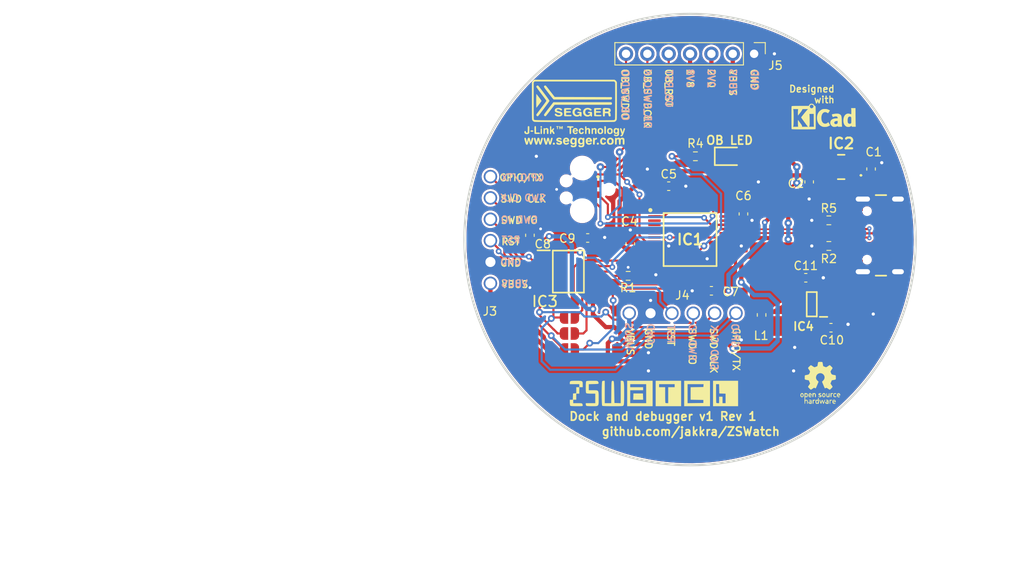
<source format=kicad_pcb>
(kicad_pcb (version 20211014) (generator pcbnew)
  (title_block (rev "1"))
  (layers (0 "F.Cu" signal "Front") (31 "B.Cu" signal "Back") (34 "B.Paste" user) (35 "F.Paste" user) (36 "B.SilkS" user "B.Silkscreen") (37 "F.SilkS" user "F.Silkscreen") (38 "B.Mask" user) (39 "F.Mask" user) (44 "Edge.Cuts" user))
  (net 0 "")
  (net 1 "+2V0")
  (net 7 "+1V8")
  (net 9 "/OB_RESET")
  (net 18 "LED_OB")
  (net 19 "/ZSWATCH_H_RESET")
  (net 26 "/ZSWATCH_H_SWDCLK")
  (net 27 "/ZSWATCH_H_SWDIO")
  (net 28 "ZSWATCH_H_TX")
  (net 29 "/DATA_P")
  (net 30 "/DATA_N")
  (net 31 "/OB_SWDIO")
  (net 32 "/OB_CLK")
  (net 41 "/ZSWATCH_L_RESET")
  (net 42 "/ZSWATCH_L_TX")
  (net 43 "/ZSWATCH_L_SWDCLK")
  (net 44 "/ZSWATCH_L_SWDIO")
  (net 48 "/LX_18")
  (net 51 "GND")
  (net 52 "VBUS")
  (net 53 "Net-(J1-PadA5)")
  (net 54 "Net-(J1-PadB5)")
  (net 55 "Net-(LED1-Pad1)")
  (net 56 "/ZSWATCH_H_SWDCLK_PRE")
  (footprint "LOGO" (layer "F.Cu") (at 168.91 62.23)
    (fp_text reference "G***" hide)
    (fp_text value "LOGO" hide)
  )
  (footprint "SamacSys_Parts:TCR3UF20ALMCT" (layer "F.Cu") (at 170.885 68.326 90)
    (fp_text reference "IC2")
    (fp_text value "TCR3UF20A,LM_CT" hide)
  )
  (footprint "Capacitor_SMD:C_0603_1608Metric" (layer "F.Cu") (at 150.368 70.612)
    (fp_text reference "C5")
    (fp_text value "0.1uF")
  )
  (footprint "Jumper:SolderJumper-2_P1.3mm_Open_RoundedPad1.0x1.5mm" (layer "F.Cu") (at 138.557 86.233)
    (fp_text reference "JP4" hide)
    (fp_text value "SolderJumper_2_Open")
  )
  (footprint "Resistor_SMD:R_0603_1608Metric" (layer "F.Cu") (at 169.418 77.724 180)
    (fp_text reference "R2")
    (fp_text value "5.1k")
  )
  (footprint "Capacitor_SMD:C_0603_1608Metric" (layer "F.Cu") (at 145.796 77.47 90)
    (fp_text reference "C4")
    (fp_text value "1uF")
  )
  (footprint "user_library:rtlecs-6-pin-2-54" (layer "F.Cu") (at 152.019 85.725 180)
    (fp_text reference "J4")
    (fp_text value "Charger and programming header (Placeholder)")
  )
  (footprint "Capacitor_SMD:C_0603_1608Metric" (layer "F.Cu") (at 167.075 70.104 90)
    (fp_text reference "C2")
    (fp_text value "10uF")
  )
  (footprint "LOGO" (layer "F.Cu") (at 148.59 95.25)
    (fp_text reference "G***" hide)
    (fp_text value "LOGO" hide)
  )
  (footprint "user_library:rtlecs-6-pin-2-54" (layer "F.Cu") (at 129.159 75.819 -90)
    (fp_text reference "J3")
    (fp_text value "Charger and programming header (Placeholder)")
  )
  (footprint "Jumper:SolderJumper-2_P1.3mm_Open_RoundedPad1.0x1.5mm" (layer "F.Cu") (at 138.557 84.328)
    (fp_text reference "JP1" hide)
    (fp_text value "SolderJumper_2_Open")
  )
  (footprint "SamacSys_Parts:SOP65P640X120-14N" (layer "F.Cu") (at 138.43 80.772)
    (fp_text reference "IC3")
    (fp_text value "TXB0104QPWRQ1" hide)
  )
  (footprint "Jumper:SolderJumper-2_P1.3mm_Open_RoundedPad1.0x1.5mm" (layer "F.Cu") (at 138.557 90.043)
    (fp_text reference "JP3" hide)
    (fp_text value "SolderJumper_2_Open")
  )
  (footprint "SamacSys_Parts:80616" (layer "F.Cu") (at 143.256 70.993 180)
    (fp_text reference "J2" hide)
    (fp_text value "8.06.16" hide)
  )
  (footprint "LOGO" (layer "F.Cu") (at 168.4 94)
    (fp_text reference "G***" hide)
    (fp_text value "LOGO" hide)
  )
  (footprint "SamacSys_Parts:QFP50P900X900X160-48N" (layer "F.Cu") (at 152.908 76.962)
    (fp_text reference "IC1")
    (fp_text value "STM32F072CBT6" hide)
  )
  (footprint "user_library:GCT_USB4105-GF-A" (layer "F.Cu") (at 177.641 76.4655 90)
    (fp_text reference "J1" hide)
    (fp_text value "USB4105-GF-A" hide)
  )
  (footprint "Capacitor_SMD:C_0603_1608Metric" (layer "F.Cu") (at 133.858 76.454 -90)
    (fp_text reference "C8")
    (fp_text value "0.1uF")
  )
  (footprint "Resistor_SMD:R_0603_1608Metric" (layer "F.Cu") (at 153.543 67.056 180)
    (fp_text reference "R4")
    (fp_text value "220R")
  )
  (footprint "SamacSys_Parts:SOT95P280X130-5N" (layer "F.Cu") (at 167.386 84.6582 180)
    (fp_text reference "IC4")
    (fp_text value "XC9265C181MR-G" hide)
  )
  (footprint "SamacSys_Parts:LEDC2012X110N" (layer "F.Cu") (at 157.596 67.056)
    (fp_text reference "OB LED")
    (fp_text value "LTST-C170KGKT" hide)
  )
  (footprint "Connector_PinHeader_2.54mm:PinHeader_1x07_P2.54mm_Vertical" (layer "F.Cu") (at 160.528 54.864 -90)
    (fp_text reference "J5")
    (fp_text value "Conn_01x07")
  )
  (footprint "Capacitor_SMD:C_0603_1608Metric" (layer "F.Cu") (at 166.6748 81.5086)
    (fp_text reference "C11")
    (fp_text value "22uF")
  )
  (footprint "LOGO" (layer "F.Cu") (at 139.192 61.976)
    (fp_text reference "G***" hide)
    (fp_text value "LOGO" hide)
  )
  (footprint "Capacitor_SMD:C_0603_1608Metric" (layer "F.Cu") (at 155.448 83.058 180)
    (fp_text reference "C7")
    (fp_text value "0.1uF")
  )
  (footprint "Capacitor_SMD:C_0603_1608Metric" (layer "F.Cu") (at 159.258 73.914 -90)
    (fp_text reference "C6")
    (fp_text value "0.1uF")
  )
  (footprint "Capacitor_SMD:C_0603_1608Metric" (layer "F.Cu") (at 169.672 87.4522)
    (fp_text reference "C10")
    (fp_text value "10uF")
  )
  (footprint "Capacitor_SMD:C_0603_1608Metric" (layer "F.Cu") (at 140.729 76.775 180)
    (fp_text reference "C9")
    (fp_text value "0.1uF")
  )
  (footprint "Resistor_SMD:R_0603_1608Metric" (layer "F.Cu") (at 145.542 81.28 180)
    (fp_text reference "R1")
    (fp_text value "220R")
  )
  (footprint "Jumper:SolderJumper-2_P1.3mm_Open_RoundedPad1.0x1.5mm" (layer "F.Cu") (at 138.557 88.138)
    (fp_text reference "JP2" hide)
    (fp_text value "SolderJumper_2_Open")
  )
  (footprint "Capacitor_SMD:C_0603_1608Metric" (layer "F.Cu") (at 174.441 68.567 -90)
    (fp_text reference "C1")
    (fp_text value "10uF")
  )
  (footprint "Resistor_SMD:R_0603_1608Metric" (layer "F.Cu") (at 169.418 74.676)
    (fp_text reference "R5")
    (fp_text value "5.1k")
  )
  (footprint "Inductor_SMD:L_0603_1608Metric" (layer "F.Cu") (at 161.417 85.9282 90)
    (fp_text reference "L1")
    (fp_text value "10uH")
  )
  (gr_circle (center 152.908 76.962) (end 179.759441 76.962) (layer "Edge.Cuts") (width 0.254) (fill none))
  (gr_text "VBUS" (at 132 82.2) (layer "B.SilkS") (effects (font (size 0.8128 0.8128) (thickness 0.1524)) (justify mirror)))
  (gr_text "GND" (at 160.6 58 270) (layer "B.SilkS") (effects (font (size 0.8128 0.8128) (thickness 0.1524)) (justify mirror)))
  (gr_text "GPIO" (at 158.246 88.4 -90) (layer "B.SilkS") (effects (font (size 0.8128 0.8128) (thickness 0.1524)) (justify mirror)))
  (gr_text "OB_RST" (at 150.4 59 270) (layer "B.SilkS") (effects (font (size 0.8128 0.8128) (thickness 0.1524)) (justify mirror)))
  (gr_text "1V8" (at 152.947 57.8 270) (layer "B.SilkS") (effects (font (size 0.8128 0.8128) (thickness 0.1524)) (justify mirror)))
  (gr_text "OB_SWDIO" (at 145.2 59.8 270) (layer "B.SilkS") (effects (font (size 0.8128 0.8128) (thickness 0.1524)) (justify mirror)))
  (gr_text "SWD IO" (at 132.6 74.6) (layer "B.SilkS") (effects (font (size 0.8128 0.8128) (thickness 0.1524)) (justify mirror)))
  (gr_text "RST" (at 131.6 77) (layer "B.SilkS") (effects (font (size 0.8128 0.8128) (thickness 0.1524)) (justify mirror)))
  (gr_text "VBUS" (at 158 58.2 270) (layer "B.SilkS") (effects (font (size 0.8128 0.8128) (thickness 0.1524)) (justify mirror)))
  (gr_text "OB_SWDCLK" (at 147.867 60.2 270) (layer "B.SilkS") (effects (font (size 0.8128 0.8128) (thickness 0.1524)) (justify mirror)))
  (gr_text "GPIO/TX" (at 133 69.6) (layer "B.SilkS") (effects (font (size 0.8128 0.8128) (thickness 0.1524)) (justify mirror)))
  (gr_text "SWD IO" (at 153.2 89.2 -90) (layer "B.SilkS") (effects (font (size 0.8128 0.8128) (thickness 0.1524)) (justify mirror)))
  (gr_text "GND" (at 148.2 88.2 -90) (layer "B.SilkS") (effects (font (size 0.8128 0.8128) (thickness 0.1524)) (justify mirror)))
  (gr_text "SWD CLK" (at 155.8 89.8 -90) (layer "B.SilkS") (effects (font (size 0.8128 0.8128) (thickness 0.1524)) (justify mirror)))
  (gr_text "SWD CLK" (at 133 72) (layer "B.SilkS") (effects (font (size 0.8128 0.8128) (thickness 0.1524)) (justify mirror)))
  (gr_text "RST" (at 150.626 88.2 -90) (layer "B.SilkS") (effects (font (size 0.8128 0.8128) (thickness 0.1524)) (justify mirror)))
  (gr_text "VBUS" (at 145.6 88.4 -90) (layer "B.SilkS") (effects (font (size 0.8128 0.8128) (thickness 0.1524)) (justify mirror)))
  (gr_text "2V0" (at 155.4 57.8 270) (layer "B.SilkS") (effects (font (size 0.8128 0.8128) (thickness 0.1524)) (justify mirror)))
  (gr_text "GND" (at 131.6 79.6) (layer "B.SilkS") (effects (font (size 0.8128 0.8128) (thickness 0.1524)) (justify mirror)))
  (gr_text "OB_SWDCLK" (at 147.828 60.198 270) (layer "F.SilkS") (effects (font (size 0.8128 0.8128) (thickness 0.1524))))
  (gr_text "VBUS" (at 157.988 58.293 270) (layer "F.SilkS") (effects (font (size 0.8128 0.8128) (thickness 0.1524))))
  (gr_text "Dock and debugger v1 Rev 1" (at 138.43 98) (layer "F.SilkS") (effects (font (size 1 1) (thickness 0.2)) (justify left)))
  (gr_text "VBUS" (at 132.08 82.296) (layer "F.SilkS") (effects (font (size 0.8128 0.8128) (thickness 0.1524))))
  (gr_text "github.com/jakkra/ZSWatch" (at 153 99.8) (layer "F.SilkS") (effects (font (size 1 1) (thickness 0.2))))
  (gr_text "GND" (at 160.528 57.912 270) (layer "F.SilkS") (effects (font (size 0.8128 0.8128) (thickness 0.1524))))
  (gr_text "GND" (at 131.572 79.756) (layer "F.SilkS") (effects (font (size 0.8128 0.8128) (thickness 0.1524))))
  (gr_text "RST" (at 131.572 77.216) (layer "F.SilkS") (effects (font (size 0.8128 0.8128) (thickness 0.1524))))
  (gr_text "RST" (at 150.622 88.519 270) (layer "F.SilkS") (effects (font (size 0.8128 0.8128) (thickness 0.1524))))
  (gr_text "GPIO/TX" (at 158.4 90 270) (layer "F.SilkS") (effects (font (size 0.8128 0.8128) (thickness 0.1524))))
  (gr_text "GPIO/TX" (at 132.8 69.6) (layer "F.SilkS") (effects (font (size 0.8128 0.8128) (thickness 0.1524))))
  (gr_text "OB_RST" (at 150.368 58.928 270) (layer "F.SilkS") (effects (font (size 0.8128 0.8128) (thickness 0.1524))))
  (gr_text "1V8" (at 152.908 57.785 270) (layer "F.SilkS") (effects (font (size 0.8128 0.8128) (thickness 0.1524))))
  (gr_text "Designed\nwith" (at 170.18 59.69) (layer "F.SilkS") (effects (font (size 0.8 0.8)) (justify right)))
  (gr_text "OB_SWDIO" (at 145.161 59.69 270) (layer "F.SilkS") (effects (font (size 0.8128 0.8128) (thickness 0.1524))))
  (gr_text "VBUS" (at 145.796 89.154 270) (layer "F.SilkS") (effects (font (size 0.8128 0.8128) (thickness 0.1524))))
  (gr_text "SWD CLK" (at 133.096 72.136) (layer "F.SilkS") (effects (font (size 0.8128 0.8128) (thickness 0.1524))))
  (gr_text "SWD IO" (at 132.588 74.676) (layer "F.SilkS") (effects (font (size 0.8128 0.8128) (thickness 0.1524))))
  (gr_text "2V0" (at 155.448 57.785 270) (layer "F.SilkS") (effects (font (size 0.8128 0.8128) (thickness 0.1524))))
  (gr_text "SWD IO" (at 153.162 89.662 270) (layer "F.SilkS") (effects (font (size 0.8128 0.8128) (thickness 0.1524))))
  (gr_text "SWD CLK" (at 155.702 90.17 270) (layer "F.SilkS") (effects (font (size 0.8128 0.8128) (thickness 0.1524))))
  (gr_text "GND" (at 147.955 88.773 270) (layer "F.SilkS") (effects (font (size 0.8128 0.8128) (thickness 0.1524))))
  (segment (start 155.658 81.2) (end 155.658 82.493) (width 0.254) (layer "F.Cu") (net 1))
  (segment (start 160.655 68.834) (end 164.364 68.834) (width 0.508) (layer "F.Cu") (net 1))
  (segment (start 160.655 68.834) (end 160.655 67.945) (width 0.508) (layer "F.Cu") (net 1))
  (segment (start 160.655 67.945) (end 159.766 67.056) (width 0.508) (layer "F.Cu") (net 1))
  (segment (start 167.075 69.329) (end 167.075 66.872) (width 0.508) (layer "F.Cu") (net 1))
  (segment (start 144.8435 70.9295) (end 144.8435 72.0725) (width 0.254) (layer "F.Cu") (net 1))
  (segment (start 157.48 83.058) (end 156.223 83.058) (width 0.508) (layer "F.Cu") (net 1))
  (segment (start 167.128 69.276) (end 167.075 69.329) (width 0.508) (layer "F.Cu") (net 1))
  (segment (start 145.796 78.245) (end 145.829 78.212) (width 0.254) (layer "F.Cu") (net 1))
  (segment (start 149.816 74.212) (end 148.67 74.212) (width 0.254) (layer "F.Cu") (net 1))
  (segment (start 141.368 78.189) (end 139.954 76.775) (width 0.25) (layer "F.Cu") (net 1))
  (segment (start 157.146 74.212) (end 158.185 74.212) (width 0.254) (layer "F.Cu") (net 1))
  (segment (start 144.526 77.343) (end 145.428 78.245) (width 0.508) (layer "F.Cu") (net 1))
  (segment (start 150.622 68.834) (end 149.593 69.863) (width 0.508) (layer "F.Cu") (net 1))
  (segment (start 146.304 70.612) (end 149.593 70.612) (width 0.508) (layer "F.Cu") (net 1))
  (segment (start 143.891 69.977) (end 144.8435 70.9295) (width 0.254) (layer "F.Cu") (net 1))
  (segment (start 145.428 78.245) (end 145.796 78.245) (width 0.508) (layer "F.Cu") (net 1))
  (segment (start 169.685 69.276) (end 167.128 69.276) (width 0.508) (layer "F.Cu") (net 1))
  (segment (start 157.607 61.468) (end 155.448 59.309) (width 0.508) (layer "F.Cu") (net 1))
  (segment (start 149.593 69.863) (end 149.593 70.612) (width 0.508) (layer "F.Cu") (net 1))
  (segment (start 155.658 82.493) (end 156.223 83.058) (width 0.254) (layer "F.Cu") (net 1))
  (segment (start 145.829 78.212) (end 148.67 78.212) (width 0.254) (layer "F.Cu") (net 1))
  (segment (start 144.526 72.39) (end 144.526 77.343) (width 0.508) (layer "F.Cu") (net 1))
  (segment (start 150.158 73.87) (end 149.816 74.212) (width 0.254) (layer "F.Cu") (net 1))
  (segment (start 162.3695 71.8185) (end 161.049 73.139) (width 0.508) (layer "F.Cu") (net 1))
  (segment (start 162.3695 74.3585) (end 161.798 74.93) (width 0.508) (layer "F.Cu") (net 1))
  (segment (start 155.448 59.309) (end 155.448 54.864) (width 0.508) (layer "F.Cu") (net 1))
  (segment (start 150.158 72.724) (end 150.158 71.177) (width 0.254) (layer "F.Cu") (net 1))
  (segment (start 141.368 78.822) (end 143.047 78.822) (width 0.254) (layer "F.Cu") (net 1))
  (segment (start 144.8435 72.0725) (end 146.304 70.612) (width 0.508) (layer "F.Cu") (net 1))
  (segment (start 150.622 68.834) (end 160.655 68.834) (width 0.508) (layer "F.Cu") (net 1))
  (segment (start 141.368 78.822) (end 141.368 78.189) (width 0.25) (layer "F.Cu") (net 1))
  (segment (start 150.158 72.724) (end 150.158 73.87) (width 0.254) (layer "F.Cu") (net 1))
  (segment (start 150.158 71.177) (end 149.593 70.612) (width 0.254) (layer "F.Cu") (net 1))
  (segment (start 158.185 74.212) (end 159.258 73.139) (width 0.254) (layer "F.Cu") (net 1))
  (segment (start 161.671 61.468) (end 157.607 61.468) (width 0.508) (layer "F.Cu") (net 1))
  (segment (start 164.859 69.329) (end 162.3695 71.8185) (width 0.508) (layer "F.Cu") (net 1))
  (segment (start 167.075 69.329) (end 164.859 69.329) (width 0.508) (layer "F.Cu") (net 1))
  (segment (start 142.367 69.977) (end 143.891 69.977) (width 0.254) (layer "F.Cu") (net 1))
  (segment (start 161.049 73.139) (end 159.258 73.139) (width 0.508) (layer "F.Cu") (net 1))
  (segment (start 144.8435 72.0725) (end 144.526 72.39) (width 0.508) (layer "F.Cu") (net 1))
  (segment (start 141.986 70.358) (end 142.367 69.977) (width 0.254) (layer "F.Cu") (net 1))
  (segment (start 164.364 68.834) (end 164.859 69.329) (width 0.508) (layer "F.Cu") (net 1))
  (segment (start 162.3695 71.8185) (end 162.3695 74.3585) (width 0.508) (layer "F.Cu") (net 1))
  (segment (start 167.075 66.872) (end 161.671 61.468) (width 0.508) (layer "F.Cu") (net 1))
  (segment (start 143.047 78.822) (end 144.526 77.343) (width 0.254) (layer "F.Cu") (net 1))
  (segment (start 159.766 67.056) (end 158.496 67.056) (width 0.508) (layer "F.Cu") (net 1))
  (via (at 157.48 83.058) (size 0.6858) (drill 0.3302) (layers "F.Cu" "B.Cu") (net 1))
  (via (at 161.798 74.93) (size 0.6858) (drill 0.3302) (layers "F.Cu" "B.Cu") (net 1))
  (segment (start 161.798 74.93) (end 161.798 76.835) (width 0.508) (layer "B.Cu") (net 1))
  (segment (start 161.798 76.835) (end 157.48 81.153) (width 0.508) (layer "B.Cu") (net 1))
  (segment (start 157.48 81.153) (end 157.48 83.058) (width 0.508) (layer "B.Cu") (net 1))
  (segment (start 160.909 78.994) (end 163.576 78.994) (width 0.508) (layer "F.Cu") (net 7))
  (segment (start 164.592 71.243) (end 165.608 70.227) (width 0.508) (layer "F.Cu") (net 7))
  (segment (start 165.608 68.326) (end 161.163 63.881) (width 0.508) (layer "F.Cu") (net 7))
  (segment (start 161.163 63.881) (end 156.337 63.881) (width 0.508) (layer "F.Cu") (net 7))
  (segment (start 152.908 60.452) (end 152.908 54.864) (width 0.508) (layer "F.Cu") (net 7))
  (segment (start 157.48 89.408) (end 157.988 89.916) (width 0.508) (layer "F.Cu") (net 7))
  (segment (start 159.639 78.994) (end 159.004 79.629) (width 0.508) (layer "F.Cu") (net 7))
  (segment (start 141.351 85.217) (end 141.351 82.751) (width 0.508) (layer "F.Cu") (net 7))
  (segment (start 160.909 78.994) (end 159.639 78.994) (width 0.508) (layer "F.Cu") (net 7))
  (segment (start 159.004 79.629) (end 159.004 82.042) (width 0.508) (layer "F.Cu") (net 7))
  (segment (start 144.618 88.738) (end 145.288 89.408) (width 0.508) (layer "F.Cu") (net 7))
  (segment (start 141.351 85.852) (end 142.875 87.376) (width 0.508) (layer "F.Cu") (net 7))
  (segment (start 133.858 78.105) (end 133.858 77.229) (width 0.254) (layer "F.Cu") (net 7))
  (segment (start 141.351 85.217) (end 141.351 85.852) (width 0.508) (layer "F.Cu") (net 7))
  (segment (start 163.576 78.994) (end 164.592 77.978) (width 0.508) (layer "F.Cu") (net 7))
  (segment (start 164.592 74.993) (end 164.592 71.243) (width 0.508) (layer "F.Cu") (net 7))
  (segment (start 164.592 77.978) (end 164.592 76.931) (width 0.508) (layer "F.Cu") (net 7))
  (segment (start 143.891 87.376) (end 144.618 88.103) (width 0.508) (layer "F.Cu") (net 7))
  (segment (start 136.144 76.581) (end 136.069 76.581) (width 0.508) (layer "F.Cu") (net 7))
  (segment (start 136.069 76.581) (end 135.492 77.158) (width 0.508) (layer "F.Cu") (net 7))
  (segment (start 156.337 63.881) (end 152.908 60.452) (width 0.508) (layer "F.Cu") (net 7))
  (segment (start 145.288 89.408) (end 157.48 89.408) (width 0.508) (layer "F.Cu") (net 7))
  (segment (start 134.575 78.822) (end 133.858 78.105) (width 0.254) (layer "F.Cu") (net 7))
  (segment (start 144.618 88.103) (end 144.618 88.738) (width 0.508) (layer "F.Cu") (net 7))
  (segment (start 135.492 78.822) (end 134.575 78.822) (width 0.254) (layer "F.Cu") (net 7))
  (segment (start 142.875 87.376) (end 143.891 87.376) (width 0.508) (layer "F.Cu") (net 7))
  (segment (start 135.492 77.158) (end 135.492 78.793) (width 0.508) (layer "F.Cu") (net 7))
  (via (at 164.592 74.993) (size 0.889) (drill 0.381) (layers "F.Cu" "B.Cu") (net 7))
  (via (at 165.608 70.227) (size 0.889) (drill 0.381) (layers "F.Cu" "B.Cu") (net 7))
  (via (at 157.988 89.916) (size 0.8) (drill 0.4) (layers "F.Cu" "B.Cu") (net 7))
  (via (at 165.608 68.326) (size 0.889) (drill 0.381) (layers "F.Cu" "B.Cu") (net 7))
  (via (at 159.004 82.042) (size 0.8) (drill 0.4) (layers "F.Cu" "B.Cu") (net 7))
  (via (at 141.351 85.217) (size 0.8) (drill 0.4) (layers "F.Cu" "B.Cu") (net 7))
  (via (at 164.592 76.931) (size 0.889) (drill 0.381) (layers "F.Cu" "B.Cu") (net 7))
  (via (at 136.144 76.581) (size 0.8) (drill 0.4) (layers "F.Cu" "B.Cu") (net 7))
  (segment (start 137.781 76.581) (end 138.85 77.65) (width 0.508) (layer "B.Cu") (net 7))
  (segment (start 159.512 89.916) (end 157.988 89.916) (width 0.508) (layer "B.Cu") (net 7))
  (segment (start 160.528 83.566) (end 162.306 83.566) (width 0.508) (layer "B.Cu") (net 7))
  (segment (start 164.592 76.931) (end 164.592 74.993) (width 0.508) (layer "B.Cu") (net 7))
  (segment (start 159.004 82.042) (end 160.528 83.566) (width 0.508) (layer "B.Cu") (net 7))
  (segment (start 162.433 89.916) (end 159.512 89.916) (width 0.508) (layer "B.Cu") (net 7))
  (segment (start 140.667 85.217) (end 141.351 85.217) (width 0.508) (layer "B.Cu") (net 7))
  (segment (start 163.322 84.582) (end 163.322 89.027) (width 0.508) (layer "B.Cu") (net 7))
  (segment (start 165.608 70.227) (end 165.608 68.326) (width 0.508) (layer "B.Cu") (net 7))
  (segment (start 138.85 77.65) (end 138.85 83.4) (width 0.508) (layer "B.Cu") (net 7))
  (segment (start 162.306 83.566) (end 163.322 84.582) (width 0.508) (layer "B.Cu") (net 7))
  (segment (start 138.85 83.4) (end 140.667 85.217) (width 0.508) (layer "B.Cu") (net 7))
  (segment (start 163.322 89.027) (end 162.433 89.916) (width 0.508) (layer "B.Cu") (net 7))
  (segment (start 136.144 76.581) (end 137.781 76.581) (width 0.508) (layer "B.Cu") (net 7))
  (segment (start 141.859 69.215) (end 140.716 70.358) (width 0.254) (layer "F.Cu") (net 9))
  (segment (start 150.368 63.5) (end 150.368 54.864) (width 0.254) (layer "F.Cu") (net 9))
  (segment (start 144.526 69.215) (end 141.859 69.215) (width 0.254) (layer "F.Cu") (net 9))
  (segment (start 145.415 70.104) (end 144.526 69.215) (width 0.254) (layer "F.Cu") (net 9))
  (segment (start 144.653 69.215) (end 150.368 63.5) (width 0.254) (layer "F.Cu") (net 9))
  (segment (start 146.8882 76.4717) (end 146.8882 71.6026) (width 0.254) (layer "F.Cu") (net 9))
  (segment (start 147.6285 77.212) (end 146.8882 76.4717) (width 0.254) (layer "F.Cu") (net 9))
  (segment (start 148.67 77.212) (end 147.6285 77.212) (width 0.254) (layer "F.Cu") (net 9))
  (segment (start 144.526 69.215) (end 144.653 69.215) (width 0.254) (layer "F.Cu") (net 9))
  (via (at 145.415 70.104) (size 0.6858) (drill 0.3302) (layers "F.Cu" "B.Cu") (net 9))
  (via (at 146.8882 71.6026) (size 0.6858) (drill 0.3302) (layers "F.Cu" "B.Cu") (net 9))
  (segment (start 145.415 70.104) (end 145.415 70.1294) (width 0.254) (layer "B.Cu") (net 9))
  (segment (start 145.415 70.1294) (end 146.8882 71.6026) (width 0.254) (layer "B.Cu") (net 9))
  (segment (start 153.571 78.712) (end 154.559 77.724) (width 0.25) (layer "F.Cu") (net 18))
  (segment (start 150.749 67.056) (end 152.718 67.056) (width 0.25) (layer "F.Cu") (net 18))
  (segment (start 148.67 78.712) (end 153.571 78.712) (width 0.25) (layer "F.Cu") (net 18))
  (via (at 150.749 67.056) (size 0.8) (drill 0.4) (layers "F.Cu" "B.Cu") (net 18))
  (via (at 154.559 77.724) (size 0.8) (drill 0.4) (layers "F.Cu" "B.Cu") (net 18))
  (segment (start 153.035 69.215) (end 154.305 69.215) (width 0.25) (layer "B.Cu") (net 18))
  (segment (start 156.591 75.692) (end 154.559 77.724) (width 0.25) (layer "B.Cu") (net 18))
  (segment (start 150.749 67.056) (end 150.876 67.056) (width 0.25) (layer "B.Cu") (net 18))
  (segment (start 154.305 69.215) (end 156.591 71.501) (width 0.25) (layer "B.Cu") (net 18))
  (segment (start 150.876 67.056) (end 153.035 69.215) (width 0.25) (layer "B.Cu") (net 18))
  (segment (start 156.591 71.501) (end 156.591 75.692) (width 0.25) (layer "B.Cu") (net 18))
  (segment (start 139.065 84.186) (end 139.207 84.328) (width 0.254) (layer "F.Cu") (net 19))
  (segment (start 146.588 79.472) (end 146.848 79.212) (width 0.254) (layer "F.Cu") (net 19))
  (segment (start 139.857 79.472) (end 139.065 80.264) (width 0.254) (layer "F.Cu") (net 19))
  (segment (start 146.848 79.212) (end 148.67 79.212) (width 0.254) (layer "F.Cu") (net 19))
  (segment (start 141.368 79.472) (end 146.588 79.472) (width 0.254) (layer "F.Cu") (net 19))
  (segment (start 139.065 80.264) (end 139.065 84.186) (width 0.254) (layer "F.Cu") (net 19))
  (segment (start 141.368 79.472) (end 139.857 79.472) (width 0.254) (layer "F.Cu") (net 19))
  (segment (start 148.38 79.712) (end 146.812 81.28) (width 0.254) (layer "F.Cu") (net 26))
  (segment (start 146.812 81.28) (end 146.367 81.28) (width 0.254) (layer "F.Cu") (net 26))
  (segment (start 148.67 79.712) (end 148.38 79.712) (width 0.254) (layer "F.Cu") (net 26))
  (segment (start 140.97 89.281) (end 140.208 90.043) (width 0.254) (layer "F.Cu") (net 27))
  (segment (start 140.208 90.043) (end 139.207 90.043) (width 0.254) (layer "F.Cu") (net 27))
  (segment (start 150.658 81.2) (end 150.658 82.2415) (width 0.254) (layer "F.Cu") (net 27))
  (segment (start 143.7165 84.1535) (end 143.7165 82.804) (width 0.254) (layer "F.Cu") (net 27))
  (segment (start 150.0955 82.804) (end 143.7165 82.804) (width 0.254) (layer "F.Cu") (net 27))
  (segment (start 143.7165 82.804) (end 142.3345 81.422) (width 0.254) (layer "F.Cu") (net 27))
  (segment (start 142.3345 81.422) (end 141.368 81.422) (width 0.254) (layer "F.Cu") (net 27))
  (segment (start 143.764 84.201) (end 143.7165 84.1535) (width 0.254) (layer "F.Cu") (net 27))
  (segment (start 150.658 82.2415) (end 150.0955 82.804) (width 0.254) (layer "F.Cu") (net 27))
  (via (at 140.97 89.281) (size 0.8) (drill 0.4) (layers "F.Cu" "B.Cu") (net 27))
  (via (at 143.764 84.201) (size 0.8) (drill 0.4) (layers "F.Cu" "B.Cu") (net 27))
  (segment (start 143.764 84.201) (end 143.764 87.503) (width 0.254) (layer "B.Cu") (net 27))
  (segment (start 141.986 89.281) (end 140.97 89.281) (width 0.254) (layer "B.Cu") (net 27))
  (segment (start 143.764 87.503) (end 141.986 89.281) (width 0.254) (layer "B.Cu") (net 27))
  (segment (start 140.081 85.359) (end 139.207 86.233) (width 0.254) (layer "F.Cu") (net 28))
  (segment (start 139.7 83.312) (end 140.081 83.693) (width 0.254) (layer "F.Cu") (net 28))
  (segment (start 139.7 80.772) (end 139.7 83.312) (width 0.254) (layer "F.Cu") (net 28))
  (segment (start 141.368 80.122) (end 140.35 80.122) (width 0.254) (layer "F.Cu") (net 28))
  (segment (start 140.35 80.122) (end 139.7 80.772) (width 0.254) (layer "F.Cu") (net 28))
  (segment (start 150.499 76.712) (end 150.495 76.708) (width 0.254) (layer "F.Cu") (net 28))
  (segment (start 157.146 76.712) (end 150.499 76.712) (width 0.254) (layer "F.Cu") (net 28))
  (segment (start 143.54316 80.122) (end 141.368 80.122) (width 0.254) (layer "F.Cu") (net 28))
  (segment (start 140.081 83.693) (end 140.081 85.359) (width 0.254) (layer "F.Cu") (net 28))
  (segment (start 143.65764 80.23648) (end 143.54316 80.122) (width 0.254) (layer "F.Cu") (net 28))
  (via (at 143.65764 80.23648) (size 0.6858) (drill 0.3302) (layers "F.Cu" "B.Cu") (net 28))
  (via (at 150.495 76.708) (size 0.6858) (drill 0.3302) (layers "F.Cu" "B.Cu") (net 28))
  (segment (start 143.65764 80.23648) (end 143.65764 79.57396) (width 0.254) (layer "B.Cu") (net 28))
  (segment (start 143.65764 79.57396) (end 146.5236 76.708) (width 0.254) (layer "B.Cu") (net 28))
  (segment (start 146.5236 76.708) (end 150.495 76.708) (width 0.254) (layer "B.Cu") (net 28))
  (segment (start 174.237908 75.639) (end 174.161408 75.7155) (width 0.254) (layer "F.Cu") (net 29))
  (segment (start 174.244 76.792) (end 174.1675 76.7155) (width 0.254) (layer "F.Cu") (net 29))
  (segment (start 174.161408 75.7155) (end 172.886 75.7155) (width 0.254) (layer "F.Cu") (net 29))
  (segment (start 157.146 75.712) (end 158.252251 75.712) (width 0.2) (layer "F.Cu") (net 29))
  (segment (start 158.252251 75.712) (end 158.277251 75.737) (width 0.2) (layer "F.Cu") (net 29))
  (segment (start 158.277251 75.737) (end 172.72 75.737) (width 0.2) (layer "F.Cu") (net 29))
  (segment (start 174.1675 76.7155) (end 172.886 76.7155) (width 0.254) (layer "F.Cu") (net 29))
  (via (at 174.237908 75.639) (size 0.5) (drill 0.2) (layers "F.Cu" "B.Cu") (net 29))
  (via (at 174.244 76.792) (size 0.5) (drill 0.2) (layers "F.Cu" "B.Cu") (net 29))
  (segment (start 174.244 75.645092) (end 174.237908 75.639) (width 0.254) (layer "B.Cu") (net 29))
  (segment (start 174.244 76.792) (end 174.244 75.645092) (width 0.254) (layer "B.Cu") (net 29))
  (segment (start 158.252251 76.212) (end 158.277251 76.187) (width 0.2) (layer "F.Cu") (net 30))
  (segment (start 174.483002 77.369) (end 173.762 77.369) (width 0.254) (layer "F.Cu") (net 30))
  (segment (start 174.879 76.973002) (end 174.483002 77.369) (width 0.254) (layer "F.Cu") (net 30))
  (segment (start 157.146 76.212) (end 158.252251 76.212) (width 0.2) (layer "F.Cu") (net 30))
  (segment (start 174.879 76.454) (end 174.879 76.973002) (width 0.254) (layer "F.Cu") (net 30))
  (segment (start 158.277251 76.187) (end 172.72 76.187) (width 0.2) (layer "F.Cu") (net 30))
  (segment (start 172.886 76.2155) (end 174.6405 76.2155) (width 0.254) (layer "F.Cu") (net 30))
  (segment (start 174.6405 76.2155) (end 174.879 76.454) (width 0.254) (layer "F.Cu") (net 30))
  (segment (start 173.762 77.369) (end 173.6085 77.2155) (width 0.254) (layer "F.Cu") (net 30))
  (segment (start 173.6085 77.2155) (end 172.886 77.2155) (width 0.254) (layer "F.Cu") (net 30))
  (segment (start 143.129 72.771) (end 143.129 74.295) (width 0.254) (layer "F.Cu") (net 31))
  (segment (start 145.288 65.786) (end 145.288 54.864) (width 0.254) (layer "F.Cu") (net 31))
  (segment (start 157.146 75.212) (end 155.4252 75.212) (width 0.254) (layer "F.Cu") (net 31))
  (segment (start 155.4252 75.212) (end 154.5844 74.3712) (width 0.254) (layer "F.Cu") (net 31))
  (segment (start 144.526 66.548) (end 145.288 65.786) (width 0.254) (layer "F.Cu") (net 31))
  (segment (start 141.986 71.628) (end 143.129 72.771) (width 0.254) (layer "F.Cu") (net 31))
  (via (at 144.526 66.548) (size 0.889) (drill 0.381) (layers "F.Cu" "B.Cu") (net 31))
  (via (at 143.129 74.295) (size 0.6858) (drill 0.3302) (layers "F.Cu" "B.Cu") (net 31))
  (via (at 154.5844 74.3712) (size 0.6858) (drill 0.3302) (layers "F.Cu" "B.Cu") (net 31))
  (segment (start 143.129 74.295) (end 144.526 72.898) (width 0.254) (layer "B.Cu") (net 31))
  (segment (start 144.526 72.898) (end 144.526 68.326) (width 0.254) (layer "B.Cu") (net 31))
  (segment (start 143.129 74.295) (end 154.5082 74.295) (width 0.254) (layer "B.Cu") (net 31))
  (segment (start 154.5082 74.295) (end 154.5844 74.3712) (width 0.254) (layer "B.Cu") (net 31))
  (segment (start 144.526 68.326) (end 144.526 66.548) (width 0.254) (layer "B.Cu") (net 31))
  (segment (start 142.24 68.326) (end 144.018 68.326) (width 0.254) (layer "F.Cu") (net 32))
  (segment (start 144.018 68.326) (end 147.828 64.516) (width 0.254) (layer "F.Cu") (net 32))
  (segment (start 155.658 74.085) (end 155.658 72.724) (width 0.254) (layer "F.Cu") (net 32))
  (segment (start 142.24 73.152) (end 142.24 75.057) (width 0.254) (layer "F.Cu") (net 32))
  (segment (start 140.716 71.628) (end 142.24 73.152) (width 0.254) (layer "F.Cu") (net 32))
  (segment (start 155.575 74.168) (end 155.658 74.085) (width 0.254) (layer "F.Cu") (net 32))
  (segment (start 147.828 64.516) (end 147.828 54.864) (width 0.254) (layer "F.Cu") (net 32))
  (via (at 155.575 74.168) (size 0.6858) (drill 0.3302) (layers "F.Cu" "B.Cu") (net 32))
  (via (at 142.24 68.326) (size 0.889) (drill 0.381) (layers "F.Cu" "B.Cu") (net 32))
  (via (at 142.24 75.057) (size 0.6858) (drill 0.3302) (layers "F.Cu" "B.Cu") (net 32))
  (segment (start 142.24 68.326) (end 142.24 75.057) (width 0.254) (layer "B.Cu") (net 32))
  (segment (start 145.288 75.057) (end 145.2975 75.0475) (width 0.254) (layer "B.Cu") (net 32))
  (segment (start 154.9495 75.0475) (end 155.575 74.422) (width 0.254) (layer "B.Cu") (net 32))
  (segment (start 142.24 75.057) (end 145.288 75.057) (width 0.254) (layer "B.Cu") (net 32))
  (segment (start 155.575 74.422) (end 155.575 74.168) (width 0.254) (layer "B.Cu") (net 32))
  (segment (start 145.2975 75.0475) (end 154.9495 75.0475) (width 0.254) (layer "B.Cu") (net 32))
  (segment (start 135.492 79.472) (end 134.209 79.472) (width 0.254) (layer "F.Cu") (net 41))
  (segment (start 130.1406 78.0706) (end 129.159 77.089) (width 0.254) (layer "F.Cu") (net 41))
  (segment (start 139.827 78.486) (end 138.243 78.486) (width 0.25) (layer "F.Cu") (net 41))
  (segment (start 137.907 80.122) (end 137.907 84.328) (width 0.254) (layer "F.Cu") (net 41))
  (segment (start 130.1406 78.359) (end 130.1406 78.0706) (width 0.254) (layer "F.Cu") (net 41))
  (segment (start 135.492 79.472) (end 137.257 79.472) (width 0.254) (layer "F.Cu") (net 41))
  (segment (start 137.257 79.472) (end 137.907 80.122) (width 0.254) (layer "F.Cu") (net 41))
  (segment (start 134.209 79.472) (end 133.731 78.994) (width 0.254) (layer "F.Cu") (net 41))
  (segment (start 138.243 78.486) (end 137.257 79.472) (width 0.25) (layer "F.Cu") (net 41))
  (via (at 130.1406 78.359) (size 0.6858) (drill 0.3302) (layers "F.Cu" "B.Cu") (net 41))
  (via (at 139.827 78.486) (size 0.8) (drill 0.4) (layers "F.Cu" "B.Cu") (net 41))
  (via (at 133.731 78.994) (size 0.6858) (drill 0.3302) (layers "F.Cu" "B.Cu") (net 41))
  (segment (start 149.352 83.439) (end 149.3445 83.4315) (width 0.25) (layer "B.Cu") (net 41))
  (segment (start 149.352 84.328) (end 149.352 83.439) (width 0.25) (layer "B.Cu") (net 41))
  (segment (start 130.7756 78.994) (end 130.1406 78.359) (width 0.254) (layer "B.Cu") (net 41))
  (segment (start 149.3445 83.181724) (end 148.841888 82.679112) (width 0.25) (layer "B.Cu") (net 41))
  (segment (start 141.478 79.121) (end 140.462 79.121) (width 0.25) (layer "B.Cu") (net 41))
  (segment (start 150.749 85.725) (end 149.352 84.328) (width 0.25) (layer "B.Cu") (net 41))
  (segment (start 140.462 79.121) (end 139.827 78.486) (width 0.25) (layer "B.Cu") (net 41))
  (segment (start 149.3445 83.4315) (end 149.3445 83.181724) (width 0.25) (layer "B.Cu") (net 41))
  (segment (start 141.597606 79.121) (end 141.478 79.121) (width 0.25) (layer "B.Cu") (net 41))
  (segment (start 133.731 78.994) (end 130.7756 78.994) (width 0.254) (layer "B.Cu") (net 41))
  (segment (start 145.155718 82.679112) (end 141.597606 79.121) (width 0.25) (layer "B.Cu") (net 41))
  (segment (start 148.841888 82.679112) (end 145.155718 82.679112) (width 0.25) (layer "B.Cu") (net 41))
  (segment (start 136.403714 86.354286) (end 136.652 86.106) (width 0.254) (layer "F.Cu") (net 42))
  (segment (start 133.596052 80.122) (end 131.829526 78.355474) (width 0.254) (layer "F.Cu") (net 42))
  (segment (start 136.652 86.106) (end 136.652 84.081052) (width 0.254) (layer "F.Cu") (net 42))
  (segment (start 136.764 80.122) (end 135.492 80.122) (width 0.254) (layer "F.Cu") (net 42))
  (segment (start 131.829526 72.139526) (end 129.159 69.469) (width 0.254) (layer "F.Cu") (net 42))
  (segment (start 137.907 86.233) (end 136.525 86.233) (width 0.254) (layer "F.Cu") (net 42))
  (segment (start 136.652 84.081052) (end 137.287 83.446052) (width 0.254) (layer "F.Cu") (net 42))
  (segment (start 135.492 80.122) (end 133.596052 80.122) (width 0.254) (layer "F.Cu") (net 42))
  (segment (start 137.287 80.645) (end 136.764 80.122) (width 0.254) (layer "F.Cu") (net 42))
  (segment (start 136.525 86.233) (end 136.403714 86.354286) (width 0.254) (layer "F.Cu") (net 42))
  (segment (start 137.287 83.446052) (end 137.287 80.645) (width 0.254) (layer "F.Cu") (net 42))
  (segment (start 131.829526 78.355474) (end 131.829526 72.139526) (width 0.254) (layer "F.Cu") (net 42))
  (via (at 136.403714 86.354286) (size 0.8) (drill 0.4) (layers "F.Cu" "B.Cu") (net 42))
  (segment (start 144.018 92.456) (end 148.082 88.392) (width 0.254) (layer "B.Cu") (net 42))
  (segment (start 136.271 92.456) (end 144.018 92.456) (width 0.254) (layer "B.Cu") (net 42))
  (segment (start 136.403714 86.354286) (end 135.255 87.503) (width 0.254) (layer "B.Cu") (net 42))
  (segment (start 135.255 91.44) (end 136.271 92.456) (width 0.254) (layer "B.Cu") (net 42))
  (segment (start 135.255 87.503) (end 135.255 91.44) (width 0.254) (layer "B.Cu") (net 42))
  (segment (start 148.082 88.392) (end 155.702 88.392) (width 0.254) (layer "B.Cu") (net 42))
  (segment (start 155.702 88.392) (end 158.369 85.725) (width 0.254) (layer "B.Cu") (net 42))
  (segment (start 135.001 85.979) (end 136.687 87.665) (width 0.254) (layer "F.Cu") (net 43))
  (segment (start 136.687 87.665) (end 136.699134 87.665) (width 0.254) (layer "F.Cu") (net 43))
  (segment (start 144.526 86.487) (end 145.415 87.376) (width 0.254) (layer "F.Cu") (net 43))
  (segment (start 135.492 80.772) (end 133.604 80.772) (width 0.254) (layer "F.Cu") (net 43))
  (segment (start 145.415 87.376) (end 154.178 87.376) (width 0.254) (layer "F.Cu") (net 43))
  (segment (start 143.764 86.487) (end 144.526 86.487) (width 0.254) (layer "F.Cu") (net 43))
  (segment (start 136.699134 87.665) (end 137.125 88.090866) (width 0.254) (layer "F.Cu") (net 43))
  (segment (start 131.318 74.168) (end 129.159 72.009) (width 0.254) (layer "F.Cu") (net 43))
  (segment (start 136.779 81.0675) (end 136.4835 80.772) (width 0.254) (layer "F.Cu") (net 43))
  (segment (start 135.001 85.09) (end 136.779 83.312) (width 0.254) (layer "F.Cu") (net 43))
  (segment (start 137.16 88.138) (end 137.907 88.138) (width 0.254) (layer "F.Cu") (net 43))
  (segment (start 133.604 80.772) (end 131.318 78.486) (width 0.254) (layer "F.Cu") (net 43))
  (segment (start 135.001 85.598) (end 135.001 85.979) (width 0.254) (layer "F.Cu") (net 43))
  (segment (start 137.125 88.103) (end 137.16 88.138) (width 0.254) (layer "F.Cu") (net 43))
  (segment (start 154.178 87.376) (end 155.829 85.725) (width 0.254) (layer "F.Cu") (net 43))
  (segment (start 131.318 78.486) (end 131.318 74.168) (width 0.254) (layer "F.Cu") (net 43))
  (segment (start 136.779 83.312) (end 136.779 81.0675) (width 0.254) (layer "F.Cu") (net 43))
  (segment (start 135.001 85.598) (end 135.001 85.09) (width 0.254) (layer "F.Cu") (net 43))
  (segment (start 136.4835 80.772) (end 135.492 80.772) (width 0.254) (layer "F.Cu") (net 43))
  (segment (start 137.125 88.090866) (end 137.125 88.103) (width 0.254) (layer "F.Cu") (net 43))
  (segment (start 142.875 85.598) (end 143.764 86.487) (width 0.254) (layer "F.Cu") (net 43))
  (via (at 142.875 85.598) (size 0.8) (drill 0.4) (layers "F.Cu" "B.Cu") (net 43))
  (via (at 135.001 85.598) (size 0.8) (drill 0.4) (layers "F.Cu" "B.Cu") (net 43))
  (segment (start 142.352 86.121) (end 142.875 85.598) (width 0.254) (layer "B.Cu") (net 43))
  (segment (start 139.827 85.598) (end 140.35 86.121) (width 0.254) (layer "B.Cu") (net 43))
  (segment (start 140.35 86.121) (end 142.352 86.121) (width 0.254) (layer "B.Cu") (net 43))
  (segment (start 135.001 85.598) (end 139.827 85.598) (width 0.254) (layer "B.Cu") (net 43))
  (segment (start 130.81 78.74) (end 130.81 76.2) (width 0.254) (layer "F.Cu") (net 44))
  (segment (start 133.1881 81.7259) (end 133.1881 85.3241) (width 0.254) (layer "F.Cu") (net 44))
  (segment (start 133.492 81.422) (end 130.81 78.74) (width 0.254) (layer "F.Cu") (net 44))
  (segment (start 133.492 81.422) (end 133.1881 81.7259) (width 0.254) (layer "F.Cu") (net 44))
  (segment (start 135.492 81.422) (end 133.492 81.422) (width 0.254) (layer "F.Cu") (net 44))
  (segment (start 136.327 88.463) (end 136.398 88.392) (width 0.254) (layer "F.Cu") (net 44))
  (segment (start 136.327 88.463) (end 137.907 90.043) (width 0.254) (layer "F.Cu") (net 44))
  (segment (start 130.81 76.2) (end 129.159 74.549) (width 0.254) (layer "F.Cu") (net 44))
  (segment (start 133.1881 85.3241) (end 136.327 88.463) (width 0.254) (layer "F.Cu") (net 44))
  (via (at 136.398 88.392) (size 0.8) (drill 0.4) (layers "F.Cu" "B.Cu") (net 44))
  (segment (start 138.049 90.043) (end 144.78 90.043) (width 0.254) (layer "B.Cu") (net 44))
  (segment (start 144.78 90.043) (end 147.447 87.376) (width 0.254) (layer "B.Cu") (net 44))
  (segment (start 147.447 87.376) (end 152.781 87.376) (width 0.254) (layer "B.Cu") (net 44))
  (segment (start 136.398 88.392) (end 138.049 90.043) (width 0.254) (layer "B.Cu") (net 44))
  (segment (start 153.289 86.868) (end 153.289 85.725) (width 0.254) (layer "B.Cu") (net 44))
  (segment (start 152.781 87.376) (end 153.289 86.868) (width 0.254) (layer "B.Cu") (net 44))
  (segment (start 175.685 67.792) (end 175.711 67.818) (width 0.508) (layer "F.Cu") (net 51))
  (segment (start 146.813 77.712) (end 148.67 77.712) (width 0.254) (layer "F.Cu") (net 51))
  (segment (start 145.796 76.695) (end 146.813 77.712) (width 0.254) (layer "F.Cu") (net 51))
  (segment (start 155.158 81.2) (end 155.158 82.573) (width 0.254) (layer "F.Cu") (net 51))
  (segment (start 162.941 54.864) (end 160.528 54.864) (width 0.508) (layer "F.Cu") (net 51))
  (segment (start 138.811 70.993) (end 137.033 70.993) (width 0.254) (layer "F.Cu") (net 51))
  (segment (start 142.748 76.708) (end 141.571 76.708) (width 0.508) (layer "F.Cu") (net 51))
  (segment (start 133.858 75.679) (end 135.115 75.679) (width 0.508) (layer "F.Cu") (net 51))
  (segment (start 135.492 82.722) (end 133.903 82.722) (width 0.254) (layer "F.Cu") (net 51))
  (segment (start 150.658 71.097) (end 151.143 70.612) (width 0.254) (layer "F.Cu") (net 51))
  (segment (start 155.158 82.573) (end 154.673 83.058) (width 0.254) (layer "F.Cu") (net 51))
  (segment (start 174.441 67.792) (end 175.685 67.792) (width 0.508) (layer "F.Cu") (net 51))
  (segment (start 150.356 77.712) (end 150.368 77.724) (width 0.254) (layer "F.Cu") (net 51))
  (segment (start 167.075 70.879) (end 167.075 72.136) (width 0.508) (layer "F.Cu") (net 51))
  (segment (start 159.258 74.689) (end 157.169 74.689) (width 0.254) (layer "F.Cu") (net 51))
  (segment (start 145.796 75.819) (end 145.796 76.695) (width 0.254) (layer "F.Cu") (net 51))
  (segment (start 168.72 77.724) (end 167.386 77.724) (width 0.254) (layer "F.Cu") (net 51))
  (segment (start 135.115 75.679) (end 135.128 75.692) (width 0.508) (layer "F.Cu") (net 51))
  (segment (start 150.658 72.724) (end 150.658 71.097) (width 0.254) (layer "F.Cu") (net 51))
  (segment (start 141.571 76.708) (end 141.504 76.775) (width 0.508) (layer "F.Cu") (net 51))
  (segment (start 139.446 70.358) (end 138.811 70.993) (width 0.254) (layer "F.Cu") (net 51))
  (segment (start 153.162 83.058) (end 154.673 83.058) (width 0.508) (layer "F.Cu") (net 51))
  (segment (start 157.169 74.689) (end 157.146 74.712) (width 0.254) (layer "F.Cu") (net 51))
  (segment (start 174.441 67.792) (end 173.907 68.326) (width 0.508) (layer "F.Cu") (net 51))
  (segment (start 151.143 70.612) (end 152.4 70.612) (width 0.254) (layer "F.Cu") (net 51))
  (segment (start 133.903 82.722) (end 133.858 82.677) (width 0.254) (layer "F.Cu") (net 51))
  (segment (start 152.158 72.724) (end 152.158 70.854) (width 0.254) (layer "F.Cu") (net 51))
  (segment (start 159.258 74.689) (end 160.261 74.689) (width 0.254) (layer "F.Cu") (net 51))
  (segment (start 167.4498 81.5086) (end 168.7576 81.5086) (width 0.508) (layer "F.Cu") (net 51))
  (segment (start 168.593 74.676) (end 167.386 74.676) (width 0.508) (layer "F.Cu") (net 51))
  (segment (start 152.158 70.854) (end 152.4 70.612) (width 0.254) (layer "F.Cu") (net 51))
  (segment (start 160.261 74.689) (end 160.274 74.676) (width 0.254) (layer "F.Cu") (net 51))
  (segment (start 173.907 68.326) (end 172.085 68.326) (width 0.508) (layer "F.Cu") (net 51))
  (segment (start 148.67 77.712) (end 150.356 77.712) (width 0.254) (layer "F.Cu") (net 51))
  (via (at 148.209 84.201) (size 0.889) (drill 0.381) (layers "F.Cu" "B.Cu") (net 51))
  (via (at 167.386 74.676) (size 0.889) (drill 0.381) (layers "F.Cu" "B.Cu") (net 51))
  (via (at 161.036 70.104) (size 0.889) (drill 0.381) (layers "F.Cu" "B.Cu") (net 51))
  (via (at 133.858 82.677) (size 0.6858) (drill 0.3302) (layers "F.Cu" "B.Cu") (net 51))
  (via (at 159.004 77.724) (size 0.889) (drill 0.381) (layers "F.Cu" "B.Cu") (net 51))
  (via (at 160.274 74.676) (size 0.889) (drill 0.381) (layers "F.Cu" "B.Cu") (net 51))
  (via (at 168.7576 81.5086) (size 0.8) (drill 0.4) (layers "F.Cu" "B.Cu") (net 51))
  (via (at 152.4 70.612) (size 0.889) (drill 0.381) (layers "F.Cu" "B.Cu") (net 51))
  (via (at 159.004 88.9) (size 0.889) (drill 0.381) (layers "F.Cu" "B.Cu") (net 51))
  (via (at 147.955 92.583) (size 0.889) (drill 0.381) (layers "F.Cu" "B.Cu") (net 51))
  (via (at 153.162 83.058) (size 0.889) (drill 0.381) (layers "F.Cu" "B.Cu") (net 51))
  (via (at 135.128 75.692) (size 0.6858) (drill 0.3302) (layers "F.Cu" "B.Cu") (net 51))
  (via (at 148.836591 81.149082) (size 0.889) (drill 0.381) (layers "F.Cu" "B.Cu") (net 51))
  (via (at 142.748 76.708) (size 0.889) (drill 0.381) (layers "F.Cu" "B.Cu") (net 51))
  (via (at 134.62 67.056) (size 0.889) (drill 0.381) (layers "F.Cu" "B.Cu") (net 51))
  (via (at 162.941 54.864) (size 0.889) (drill 0.381) (layers "F.Cu" "B.Cu") (net 51))
  (via (at 147.828 68.58) (size 0.889) (drill 0.381) (layers "F.Cu" "B.Cu") (net 51))
  (via (at 165.354 89.789) (size 0.889) (drill 0.381) (layers "F.Cu" "B.Cu") (net 51))
  (via (at 171.704 87.0458) (size 0.8) (drill 0.4) (layers "F.Cu" "B.Cu") (net 51))
  (via (at 167.075 72.136) (size 0.889) (drill 0.381) (layers "F.Cu" "B.Cu") (net 51))
  (via (at 167.386 77.724) (size 0.889) (drill 0.381) (layers "F.Cu" "B.Cu") (net 51))
  (via (at 174.7012 85.8266) (size 0.889) (drill 0.381) (layers "F.Cu" "B.Cu") (net 51))
  (via (at 175.711 67.818) (size 0.889) (drill 0.381) (layers "F.Cu" "B.Cu") (net 51))
  (via (at 150.368 77.724) (size 0.889) (drill 0.381) (layers "F.Cu" "B.Cu") (net 51))
  (via (at 145.796 75.819) (size 0.889) (drill 0.381) (layers "F.Cu" "B.Cu") (net 51))
  (via (at 145.542 80.264) (size 0.6858) (drill 0.3302) (layers "F.Cu" "B.Cu") (net 51))
  (via (at 154.94 79.248) (size 0.889) (drill 0.381) (layers "F.Cu" "B.Cu") (net 51))
  (via (at 137.033 70.993) (size 0.6858) (drill 0.3302) (layers "F.Cu" "B.Cu") (net 51))
  (via (at 165.227 92.583) (size 0.889) (drill 0.381) (layers "F.Cu" "B.Cu") (net 51))
  (via (at 147.955 90.424) (size 0.889) (drill 0.381) (layers "F.Cu" "B.Cu") (net 51))
  (segment (start 148.209 84.201) (end 148.209 85.725) (width 0.508) (layer "B.Cu") (net 51))
  (segment (start 173.3475 80.899) (end 173.461 80.7855) (width 0.508) (layer "B.Cu") (net 51))
  (segment (start 173.609 78.74) (end 173.863 78.486) (width 0.254) (layer "F.Cu") (net 52))
  (segment (start 167.259 87.884) (end 167.6908 87.4522) (width 0.508) (layer "F.Cu") (net 52))
  (segment (start 171.323 82.423) (end 170.815 82.423) (width 0.508) (layer "F.Cu") (net 52))
  (segment (start 170.815 82.423) (end 169.672 81.28) (width 0.508) (layer "F.Cu") (net 52))
  (segment (start 143.129 89.281) (end 143.129 91.44) (width 0.508) (layer "F.Cu") (net 52))
  (segment (start 171.2205 74.0655) (end 169.545 72.39) (width 0.508) (layer "F.Cu") (net 52))
  (segment (start 129.159 83.312) (end 129.159 82.169) (width 0.508) (layer "F.Cu") (net 52))
  (segment (start 173.6725 63.754) (end 167.005 63.754) (width 0.508) (layer "F.Cu") (net 52))
  (segment (start 169.672 79.756) (end 170.5625 78.8655) (width 0.508) (layer "F.Cu") (net 52))
  (segment (start 172.847 89.535) (end 174.498 89.535) (width 0.508) (layer "F.Cu") (net 52))
  (segment (start 172.886 74.0655) (end 171.2205 74.0655) (width 0.508) (layer "F.Cu") (net 52))
  (segment (start 176.022 75.057) (end 175.387 74.422) (width 0.254) (layer "F.Cu") (net 52))
  (segment (start 176.6095 68.190171) (end 176.6095 66.691) (width 0.508) (layer "F.Cu") (net 52))
  (segment (start 175.514 78.486) (end 176.022 77.978) (width 0.254) (layer "F.Cu") (net 52))
  (segment (start 174.498 89.535) (end 176.276 87.757) (width 0.508) (layer "F.Cu") (net 52))
  (segment (start 176.276 87.757) (end 176.276 83.439) (width 0.508) (layer "F.Cu") (net 52))
  (segment (start 143.129 91.44) (end 166.497 91.44) (width 0.508) (layer "F.Cu") (net 52))
  (segment (start 171.069 70.993) (end 172.085 69.977) (width 0.508) (layer "F.Cu") (net 52))
  (segment (start 176.276 83.439) (end 175.26 82.423) (width 0.508) (layer "F.Cu") (net 52))
  (segment (start 172.886 78.8655) (end 173.0115 78.74) (width 0.254) (layer "F.Cu") (net 52))
  (segment (start 168.786 83.7082) (end 170.0378 83.7082) (width 0.254) (layer "F.Cu") (net 52))
  (segment (start 175.387 74.422) (end 173.788 74.422) (width 0.254) (layer "F.Cu") (net 52))
  (segment (start 169.545 72.39) (end 169.545 71.501) (width 0.508) (layer "F.Cu") (net 52))
  (segment (start 174.441 69.342) (end 175.457671 69.342) (width 0.508) (layer "F.Cu") (net 52))
  (segment (start 157.988 57.15) (end 157.988 54.864) (width 0.508) (layer "F.Cu") (net 52))
  (segment (start 137.287 91.44) (end 129.159 83.312) (width 0.508) (layer "F.Cu") (net 52))
  (segment (start 170.0378 83.7082) (end 171.323 82.423) (width 0.254) (layer "F.Cu") (net 52))
  (segment (start 175.26 82.423) (end 171.323 82.423) (width 0.508) (layer "F.Cu") (net 52))
  (segment (start 159.639 58.801) (end 157.988 57.15) (width 0.508) (layer "F.Cu") (net 52))
  (segment (start 174.441 69.342) (end 172.151 69.342) (width 0.508) (layer "F.Cu") (net 52))
  (segment (start 172.085 67.376) (end 171.331 67.376) (width 0.254) (layer "F.Cu") (net 52))
  (segment (start 173.863 78.486) (end 175.514 78.486) (width 0.254) (layer "F.Cu") (net 52))
  (segment (start 176.6095 66.691) (end 173.6725 63.754) (width 0.508) (layer "F.Cu") (net 52))
  (segment (start 171.331 67.376) (end 170.942 67.765) (width 0.254) (layer "F.Cu") (net 52))
  (segment (start 170.942 67.765) (end 170.942 68.834) (width 0.254) (layer "F.Cu") (net 52))
  (segment (start 169.672 81.28) (end 169.672 79.756) (width 0.508) (layer "F.Cu") (net 52))
  (segment (start 173.4315 74.0655) (end 172.886 74.0655) (width 0.254) (layer "F.Cu") (net 52))
  (segment (start 169.545 71.501) (end 170.053 70.993) (width 0.508) (layer "F.Cu") (net 52))
  (segment (start 143.637 88.773) (end 143.129 89.281) (width 0.508) (layer "F.Cu") (net 52))
  (segment (start 162.052 58.801) (end 159.639 58.801) (width 0.508) (layer "F.Cu") (net 52))
  (segment (start 172.085 69.977) (end 172.085 69.276) (width 0.508) (layer "F.Cu") (net 52))
  (segment (start 167.259 90.678) (end 167.259 87.884) (width 0.508) (layer "F.Cu") (net 52))
  (segment (start 167.005 63.754) (end 162.052 58.801) (width 0.508) (layer "F.Cu") (net 52))
  (segment (start 166.497 91.44) (end 167.259 90.678) (width 0.508) (layer "F.Cu") (net 52))
  (segment (start 143.129 91.44) (end 137.287 91.44) (width 0.508) (layer "F.Cu") (net 52))
  (segment (start 170.053 70.993) (end 171.069 70.993) (width 0.508) (layer "F.Cu") (net 52))
  (segment (start 172.151 69.342) (end 172.085 69.276) (width 0.508) (layer "F.Cu") (net 52))
  (segment (start 175.457671 69.342) (end 176.6095 68.190171) (width 0.508) (layer "F.Cu") (net 52))
  (segment (start 173.0115 78.74) (end 173.609 78.74) (width 0.254) (layer "F.Cu") (net 52))
  (segment (start 167.6908 87.4522) (end 168.897 87.4522) (width 0.508) (layer "F.Cu") (net 52))
  (segment (start 170.942 68.834) (end 171.384 69.276) (width 0.254) (layer "F.Cu") (net 52))
  (segment (start 173.788 74.422) (end 173.4315 74.0655) (width 0.254) (layer "F.Cu") (net 52))
  (segment (start 170.5625 78.8655) (end 172.886 78.8655) (width 0.508) (layer "F.Cu") (net 52))
  (segment (start 176.022 77.978) (end 176.022 75.057) (width 0.254) (layer "F.Cu") (net 52))
  (segment (start 171.384 69.276) (end 172.085 69.276) (width 0.254) (layer "F.Cu") (net 52))
  (via (at 143.637 88.773) (size 0.8) (drill 0.4) (layers "F.Cu" "B.Cu") (net 52))
  (segment (start 145.669 87.503) (end 145.669 85.725) (width 0.508) (layer "B.Cu") (net 52))
  (segment (start 143.637 88.773) (end 144.399 88.773) (width 0.508) (layer "B.Cu") (net 52))
  (segment (start 144.399 88.773) (end 145.669 87.503) (width 0.508) (layer "B.Cu") (net 52))
  (segment (start 172.886 77.7155) (end 170.3785 77.7155) (width 0.254) (layer "F.Cu") (net 53))
  (segment (start 172.886 74.7155) (end 170.2825 74.7155) (width 0.254) (layer "F.Cu") (net 54))
  (segment (start 154.368 67.056) (end 156.696 67.056) (width 0.25) (layer "F.Cu") (net 55))
  (segment (start 140.589 87.757) (end 140.589 83.558947) (width 0.254) (layer "F.Cu") (net 56))
  (segment (start 140.3035 80.845) (end 140.3765 80.772) (width 0.254) (layer "F.Cu") (net 56))
  (segment (start 140.3035 83.273447) (end 140.3035 80.845) (width 0.254) (layer "F.Cu") (net 56))
  (segment (start 140.208 88.138) (end 139.207 88.138) (width 0.254) (layer "F.Cu") (net 56))
  (segment (start 144.717 81.28) (end 143.764 81.28) (width 0.254) (layer "F.Cu") (net 56))
  (segment (start 143.256 80.772) (end 141.368 80.772) (width 0.254) (layer "F.Cu") (net 56))
  (segment (start 140.589 83.558947) (end 140.3035 83.273447) (width 0.254) (layer "F.Cu") (net 56))
  (segment (start 140.3765 80.772) (end 141.368 80.772) (width 0.254) (layer "F.Cu") (net 56))
  (segment (start 140.589 87.757) (end 140.208 88.138) (width 0.254) (layer "F.Cu") (net 56))
  (segment (start 143.764 81.28) (end 143.256 80.772) (width 0.254) (layer "F.Cu") (net 56))
  (zone (net 51) (net_name "GND") (layer "F.Cu") (connect_pads yes (clearance 0.254)) (min_thickness 0.254) (fill yes (thermal_gap 0.508) (thermal_bridge_width 0.508))
    (polygon (pts (xy 191.008 114.3) (xy 72.136 114.3) (xy 72.136 49.276) (xy 190.5 49.276)))
  )
  (zone (net 7) (net_name "+1V8") (layer "F.Cu") (priority 1) (connect_pads yes (clearance 0.254)) (min_thickness 0.254) (fill yes (thermal_gap 0.508) (thermal_bridge_width 0.508))
    (polygon (pts (xy 166.4208 83.947) (xy 164.7444 83.947) (xy 161.6456 85.6234) (xy 160.02 85.6234) (xy 160.02 80.645) (xy 165.4048 80.645) (xy 165.4048 80.0354) (xy 160.02 80.0354) (xy 160.02 77.2922) (xy 166.4208 77.2922)))
  )
  (zone (net 51) (net_name "GND") (layer "F.Cu") (priority 1) (connect_pads yes (clearance 0.254)) (min_thickness 0.254) (fill yes (thermal_gap 0.508) (thermal_bridge_width 0.508))
    (polygon (pts (xy 175.4632 87.9094) (xy 169.9768 87.9094) (xy 169.9768 84.963) (xy 168.3512 84.963) (xy 168.3512 84.3534) (xy 169.5704 84.3534) (xy 175.4632 83.058)))
  )
  (zone (net 52) (net_name "VBUS") (layer "F.Cu") (priority 1) (connect_pads yes (clearance 0.254)) (min_thickness 0.254) (fill yes (thermal_gap 0.508) (thermal_bridge_width 0.508))
    (polygon (pts (xy 169.3164 88.2396) (xy 173.1772 88.2396) (xy 173.1772 90.551) (xy 168.3512 90.551) (xy 168.3512 85.3186) (xy 169.3164 85.3186)))
  )
  (zone (net 48) (net_name "/LX_18") (layer "F.Cu") (priority 1) (connect_pads yes (clearance 0.254)) (min_thickness 0.254) (fill yes (thermal_gap 0.508) (thermal_bridge_width 0.508))
    (polygon (pts (xy 166.4208 88.4174) (xy 159.766 88.4174) (xy 159.766 86.0806) (xy 165.1 86.0806) (xy 165.1 85.3186) (xy 166.4208 85.3186)))
  )
  (zone (net 51) (net_name "GND") (layer "B.Cu") (connect_pads yes (clearance 0.254)) (min_thickness 0.254) (fill yes (thermal_gap 0.508) (thermal_bridge_width 0.508))
    (polygon (pts (xy 192.6336 115.4176) (xy 70.9168 116.4844) (xy 70.8152 48.4632) (xy 192.6336 48.4632)))
  )
)
</source>
